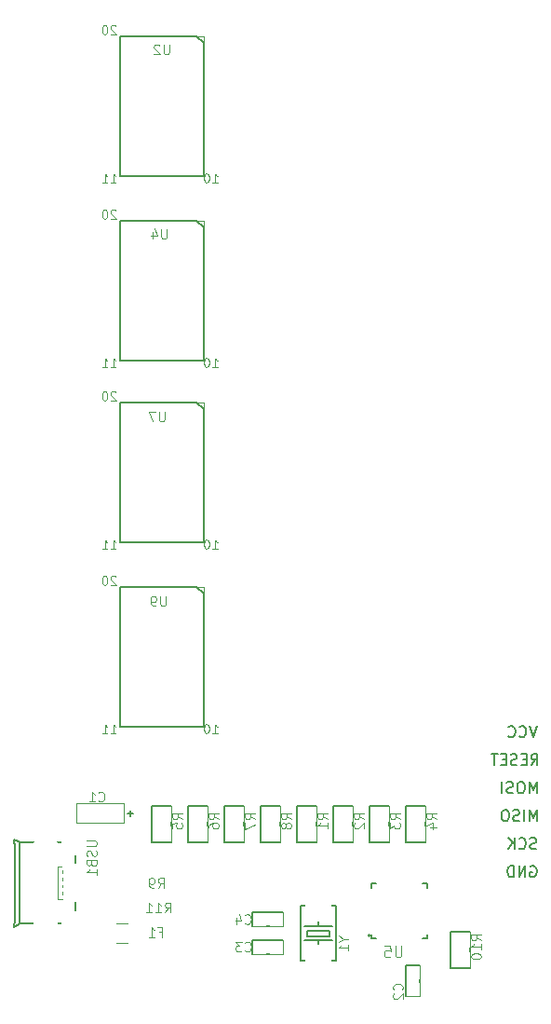
<source format=gbo>
G04 #@! TF.FileFunction,Legend,Bot*
%FSLAX46Y46*%
G04 Gerber Fmt 4.6, Leading zero omitted, Abs format (unit mm)*
G04 Created by KiCad (PCBNEW 4.0.2-stable) date 16-09-25 17:40:40*
%MOMM*%
G01*
G04 APERTURE LIST*
%ADD10C,0.100000*%
%ADD11C,0.127000*%
%ADD12C,0.066040*%
%ADD13C,0.152400*%
%ADD14C,0.101600*%
%ADD15C,0.076200*%
%ADD16C,0.150000*%
%ADD17C,0.050000*%
%ADD18C,0.400000*%
%ADD19R,1.797000X1.416000*%
%ADD20R,1.289000X1.289000*%
%ADD21R,2.432000X2.178000*%
%ADD22C,4.464000*%
%ADD23R,1.670000X1.670000*%
%ADD24C,1.035000*%
%ADD25R,1.670000X2.178000*%
%ADD26R,1.598880X1.098500*%
%ADD27O,1.898600X0.798780*%
%ADD28O,1.799540X1.997660*%
%ADD29O,2.432000X1.416000*%
%ADD30C,2.299920*%
%ADD31C,1.900000*%
%ADD32C,1.924000*%
%ADD33R,0.900000X0.500000*%
%ADD34R,0.500000X0.900000*%
%ADD35R,3.900000X3.900000*%
G04 APERTURE END LIST*
D10*
D11*
X157861000Y-130951000D02*
X156083000Y-130951000D01*
X156083000Y-130951000D02*
X156083000Y-134253000D01*
X156083000Y-134253000D02*
X157861000Y-134253000D01*
X157861000Y-134253000D02*
X157861000Y-130951000D01*
X152019000Y-133999000D02*
X152019000Y-136793000D01*
X152019000Y-136793000D02*
X153289000Y-136793000D01*
X153289000Y-136793000D02*
X153289000Y-133999000D01*
X153289000Y-133999000D02*
X152019000Y-133999000D01*
X145615660Y-133577360D02*
X145216880Y-133577360D01*
X142819120Y-133577360D02*
X142420340Y-133577360D01*
X142420340Y-133577360D02*
X142420340Y-128578640D01*
X142420340Y-128578640D02*
X142819120Y-128578640D01*
X145216880Y-128578640D02*
X145615660Y-128578640D01*
X145615660Y-128578640D02*
X145615660Y-133577360D01*
X145034000Y-131332000D02*
X143002000Y-131332000D01*
X143002000Y-131332000D02*
X143002000Y-130824000D01*
X143002000Y-130824000D02*
X145034000Y-130824000D01*
X145034000Y-130824000D02*
X145034000Y-131332000D01*
X145288000Y-131713000D02*
X144018000Y-131713000D01*
X144018000Y-131713000D02*
X142748000Y-131713000D01*
X145288000Y-130443000D02*
X144018000Y-130443000D01*
X144018000Y-130443000D02*
X142748000Y-130443000D01*
X144018000Y-131713000D02*
X144018000Y-132221000D01*
X144018000Y-130443000D02*
X144018000Y-129935000D01*
X138049000Y-132983000D02*
X140843000Y-132983000D01*
X140843000Y-132983000D02*
X140843000Y-131713000D01*
X140843000Y-131713000D02*
X138049000Y-131713000D01*
X138049000Y-131713000D02*
X138049000Y-132983000D01*
X138049000Y-130443000D02*
X140843000Y-130443000D01*
X140843000Y-130443000D02*
X140843000Y-129173000D01*
X140843000Y-129173000D02*
X138049000Y-129173000D01*
X138049000Y-129173000D02*
X138049000Y-130443000D01*
X153797000Y-119521000D02*
X152019000Y-119521000D01*
X152019000Y-119521000D02*
X152019000Y-122823000D01*
X152019000Y-122823000D02*
X153797000Y-122823000D01*
X153797000Y-122823000D02*
X153797000Y-119521000D01*
X150495000Y-119521000D02*
X148717000Y-119521000D01*
X148717000Y-119521000D02*
X148717000Y-122823000D01*
X148717000Y-122823000D02*
X150495000Y-122823000D01*
X150495000Y-122823000D02*
X150495000Y-119521000D01*
X147193000Y-119521000D02*
X145415000Y-119521000D01*
X145415000Y-119521000D02*
X145415000Y-122823000D01*
X145415000Y-122823000D02*
X147193000Y-122823000D01*
X147193000Y-122823000D02*
X147193000Y-119521000D01*
X143891000Y-119521000D02*
X142113000Y-119521000D01*
X142113000Y-119521000D02*
X142113000Y-122823000D01*
X142113000Y-122823000D02*
X143891000Y-122823000D01*
X143891000Y-122823000D02*
X143891000Y-119521000D01*
X140589000Y-119521000D02*
X138811000Y-119521000D01*
X138811000Y-119521000D02*
X138811000Y-122823000D01*
X138811000Y-122823000D02*
X140589000Y-122823000D01*
X140589000Y-122823000D02*
X140589000Y-119521000D01*
X137287000Y-119521000D02*
X135509000Y-119521000D01*
X135509000Y-119521000D02*
X135509000Y-122823000D01*
X135509000Y-122823000D02*
X137287000Y-122823000D01*
X137287000Y-122823000D02*
X137287000Y-119521000D01*
X133985000Y-119521000D02*
X132207000Y-119521000D01*
X132207000Y-119521000D02*
X132207000Y-122823000D01*
X132207000Y-122823000D02*
X133985000Y-122823000D01*
X133985000Y-122823000D02*
X133985000Y-119521000D01*
X130683000Y-119521000D02*
X128905000Y-119521000D01*
X128905000Y-119521000D02*
X128905000Y-122823000D01*
X128905000Y-122823000D02*
X130683000Y-122823000D01*
X130683000Y-122823000D02*
X130683000Y-119521000D01*
D12*
X126365000Y-121045000D02*
X122047000Y-121045000D01*
X122047000Y-121045000D02*
X122047000Y-119267000D01*
X126365000Y-119267000D02*
X122047000Y-119267000D01*
X126365000Y-121045000D02*
X126365000Y-119267000D01*
D11*
X127190500Y-120156000D02*
X126682500Y-120156000D01*
X126936500Y-120410000D02*
X126936500Y-119902000D01*
D12*
X124206000Y-130189000D02*
X128270000Y-130189000D01*
X128270000Y-130189000D02*
X128270000Y-131967000D01*
X124206000Y-131967000D02*
X128270000Y-131967000D01*
X124206000Y-130189000D02*
X124206000Y-131967000D01*
X133616700Y-99582000D02*
X133616700Y-112282000D01*
X133616700Y-112282000D02*
X125971300Y-112282000D01*
X125971300Y-99582000D02*
X125971300Y-112282000D01*
X133616700Y-99582000D02*
X125971300Y-99582000D01*
D13*
X125971300Y-99582000D02*
X132969000Y-99582000D01*
X132969000Y-99582000D02*
X133616700Y-100232240D01*
X133616700Y-100232240D02*
X133616700Y-112282000D01*
X133616700Y-112282000D02*
X125971300Y-112282000D01*
X125971300Y-112282000D02*
X125971300Y-99582000D01*
D12*
X133616700Y-82818000D02*
X133616700Y-95518000D01*
X133616700Y-95518000D02*
X125971300Y-95518000D01*
X125971300Y-82818000D02*
X125971300Y-95518000D01*
X133616700Y-82818000D02*
X125971300Y-82818000D01*
D13*
X125971300Y-82818000D02*
X132969000Y-82818000D01*
X132969000Y-82818000D02*
X133616700Y-83468240D01*
X133616700Y-83468240D02*
X133616700Y-95518000D01*
X133616700Y-95518000D02*
X125971300Y-95518000D01*
X125971300Y-95518000D02*
X125971300Y-82818000D01*
D12*
X133616700Y-66308000D02*
X133616700Y-79008000D01*
X133616700Y-79008000D02*
X125971300Y-79008000D01*
X125971300Y-66308000D02*
X125971300Y-79008000D01*
X133616700Y-66308000D02*
X125971300Y-66308000D01*
D13*
X125971300Y-66308000D02*
X132969000Y-66308000D01*
X132969000Y-66308000D02*
X133616700Y-66958240D01*
X133616700Y-66958240D02*
X133616700Y-79008000D01*
X133616700Y-79008000D02*
X125971300Y-79008000D01*
X125971300Y-79008000D02*
X125971300Y-66308000D01*
D12*
X133616700Y-49544000D02*
X133616700Y-62244000D01*
X133616700Y-62244000D02*
X125971300Y-62244000D01*
X125971300Y-49544000D02*
X125971300Y-62244000D01*
X133616700Y-49544000D02*
X125971300Y-49544000D01*
D13*
X125971300Y-49544000D02*
X132969000Y-49544000D01*
X132969000Y-49544000D02*
X133616700Y-50194240D01*
X133616700Y-50194240D02*
X133616700Y-62244000D01*
X133616700Y-62244000D02*
X125971300Y-62244000D01*
X125971300Y-62244000D02*
X125971300Y-49544000D01*
D12*
X120322340Y-128004600D02*
X120322340Y-125007400D01*
X120322340Y-125007400D02*
X120721120Y-125007400D01*
X120721120Y-128004600D02*
X120721120Y-125007400D01*
X120322340Y-128004600D02*
X120721120Y-128004600D01*
D11*
X116921280Y-130204240D02*
X121920000Y-130204240D01*
X121920000Y-130204240D02*
X121920000Y-122807760D01*
X121920000Y-122807760D02*
X116921280Y-122807760D01*
X116921280Y-130204240D02*
X116321840Y-130503960D01*
X116921280Y-122807760D02*
X116321840Y-122508040D01*
X116822220Y-130204240D02*
X116822220Y-122807760D01*
X116420900Y-129805460D02*
X116420900Y-123308140D01*
X116420900Y-129805460D02*
X116321840Y-130503960D01*
X116420900Y-123308140D02*
X116321840Y-122508040D01*
X149284000Y-131546000D02*
X148884000Y-131546000D01*
X148884000Y-131546000D02*
X148884000Y-131146000D01*
X153484000Y-131546000D02*
X153884000Y-131546000D01*
X153884000Y-131546000D02*
X153884000Y-131146000D01*
X148884000Y-126946000D02*
X148884000Y-126546000D01*
X148884000Y-126546000D02*
X149284000Y-126546000D01*
X153484000Y-126546000D02*
X153884000Y-126546000D01*
X153884000Y-126546000D02*
X153884000Y-126946000D01*
D10*
X148761000Y-131296000D02*
G75*
G03X148761000Y-131296000I-127000J0D01*
G01*
D14*
X158834667Y-131713000D02*
X158411333Y-131416666D01*
X158834667Y-131205000D02*
X157945667Y-131205000D01*
X157945667Y-131543666D01*
X157988000Y-131628333D01*
X158030333Y-131670666D01*
X158115000Y-131713000D01*
X158242000Y-131713000D01*
X158326667Y-131670666D01*
X158369000Y-131628333D01*
X158411333Y-131543666D01*
X158411333Y-131205000D01*
X158834667Y-132559666D02*
X158834667Y-132051666D01*
X158834667Y-132305666D02*
X157945667Y-132305666D01*
X158072667Y-132221000D01*
X158157333Y-132136333D01*
X158199667Y-132051666D01*
X157945667Y-133110000D02*
X157945667Y-133194667D01*
X157988000Y-133279333D01*
X158030333Y-133321667D01*
X158115000Y-133364000D01*
X158284333Y-133406333D01*
X158496000Y-133406333D01*
X158665333Y-133364000D01*
X158750000Y-133321667D01*
X158792333Y-133279333D01*
X158834667Y-133194667D01*
X158834667Y-133110000D01*
X158792333Y-133025333D01*
X158750000Y-132983000D01*
X158665333Y-132940667D01*
X158496000Y-132898333D01*
X158284333Y-132898333D01*
X158115000Y-132940667D01*
X158030333Y-132983000D01*
X157988000Y-133025333D01*
X157945667Y-133110000D01*
X151638000Y-136200334D02*
X151680333Y-136158000D01*
X151722667Y-136031000D01*
X151722667Y-135946334D01*
X151680333Y-135819334D01*
X151595667Y-135734667D01*
X151511000Y-135692334D01*
X151341667Y-135650000D01*
X151214667Y-135650000D01*
X151045333Y-135692334D01*
X150960667Y-135734667D01*
X150876000Y-135819334D01*
X150833667Y-135946334D01*
X150833667Y-136031000D01*
X150876000Y-136158000D01*
X150918333Y-136200334D01*
X150918333Y-136539000D02*
X150876000Y-136581334D01*
X150833667Y-136666000D01*
X150833667Y-136877667D01*
X150876000Y-136962334D01*
X150918333Y-137004667D01*
X151003000Y-137047000D01*
X151087667Y-137047000D01*
X151214667Y-137004667D01*
X151722667Y-136496667D01*
X151722667Y-137047000D01*
X146346333Y-131607167D02*
X146769667Y-131607167D01*
X145880667Y-131310834D02*
X146346333Y-131607167D01*
X145880667Y-131903500D01*
X146769667Y-132665500D02*
X146769667Y-132157500D01*
X146769667Y-132411500D02*
X145880667Y-132411500D01*
X146007667Y-132326834D01*
X146092333Y-132242167D01*
X146134667Y-132157500D01*
X137343726Y-132666740D02*
X137386060Y-132709073D01*
X137513060Y-132751407D01*
X137597726Y-132751407D01*
X137724726Y-132709073D01*
X137809393Y-132624407D01*
X137851726Y-132539740D01*
X137894060Y-132370407D01*
X137894060Y-132243407D01*
X137851726Y-132074073D01*
X137809393Y-131989407D01*
X137724726Y-131904740D01*
X137597726Y-131862407D01*
X137513060Y-131862407D01*
X137386060Y-131904740D01*
X137343726Y-131947073D01*
X137047393Y-131862407D02*
X136497060Y-131862407D01*
X136793393Y-132201073D01*
X136666393Y-132201073D01*
X136581726Y-132243407D01*
X136539393Y-132285740D01*
X136497060Y-132370407D01*
X136497060Y-132582073D01*
X136539393Y-132666740D01*
X136581726Y-132709073D01*
X136666393Y-132751407D01*
X136920393Y-132751407D01*
X137005060Y-132709073D01*
X137047393Y-132666740D01*
X137343726Y-130129280D02*
X137386060Y-130171613D01*
X137513060Y-130213947D01*
X137597726Y-130213947D01*
X137724726Y-130171613D01*
X137809393Y-130086947D01*
X137851726Y-130002280D01*
X137894060Y-129832947D01*
X137894060Y-129705947D01*
X137851726Y-129536613D01*
X137809393Y-129451947D01*
X137724726Y-129367280D01*
X137597726Y-129324947D01*
X137513060Y-129324947D01*
X137386060Y-129367280D01*
X137343726Y-129409613D01*
X136581726Y-129621280D02*
X136581726Y-130213947D01*
X136793393Y-129282613D02*
X137005060Y-129917613D01*
X136454726Y-129917613D01*
X154770667Y-120706334D02*
X154347333Y-120410000D01*
X154770667Y-120198334D02*
X153881667Y-120198334D01*
X153881667Y-120537000D01*
X153924000Y-120621667D01*
X153966333Y-120664000D01*
X154051000Y-120706334D01*
X154178000Y-120706334D01*
X154262667Y-120664000D01*
X154305000Y-120621667D01*
X154347333Y-120537000D01*
X154347333Y-120198334D01*
X154178000Y-121468334D02*
X154770667Y-121468334D01*
X153839333Y-121256667D02*
X154474333Y-121045000D01*
X154474333Y-121595334D01*
X151468667Y-120706334D02*
X151045333Y-120410000D01*
X151468667Y-120198334D02*
X150579667Y-120198334D01*
X150579667Y-120537000D01*
X150622000Y-120621667D01*
X150664333Y-120664000D01*
X150749000Y-120706334D01*
X150876000Y-120706334D01*
X150960667Y-120664000D01*
X151003000Y-120621667D01*
X151045333Y-120537000D01*
X151045333Y-120198334D01*
X150579667Y-121002667D02*
X150579667Y-121553000D01*
X150918333Y-121256667D01*
X150918333Y-121383667D01*
X150960667Y-121468334D01*
X151003000Y-121510667D01*
X151087667Y-121553000D01*
X151299333Y-121553000D01*
X151384000Y-121510667D01*
X151426333Y-121468334D01*
X151468667Y-121383667D01*
X151468667Y-121129667D01*
X151426333Y-121045000D01*
X151384000Y-121002667D01*
X148166667Y-120706334D02*
X147743333Y-120410000D01*
X148166667Y-120198334D02*
X147277667Y-120198334D01*
X147277667Y-120537000D01*
X147320000Y-120621667D01*
X147362333Y-120664000D01*
X147447000Y-120706334D01*
X147574000Y-120706334D01*
X147658667Y-120664000D01*
X147701000Y-120621667D01*
X147743333Y-120537000D01*
X147743333Y-120198334D01*
X147362333Y-121045000D02*
X147320000Y-121087334D01*
X147277667Y-121172000D01*
X147277667Y-121383667D01*
X147320000Y-121468334D01*
X147362333Y-121510667D01*
X147447000Y-121553000D01*
X147531667Y-121553000D01*
X147658667Y-121510667D01*
X148166667Y-121002667D01*
X148166667Y-121553000D01*
X144864667Y-120706334D02*
X144441333Y-120410000D01*
X144864667Y-120198334D02*
X143975667Y-120198334D01*
X143975667Y-120537000D01*
X144018000Y-120621667D01*
X144060333Y-120664000D01*
X144145000Y-120706334D01*
X144272000Y-120706334D01*
X144356667Y-120664000D01*
X144399000Y-120621667D01*
X144441333Y-120537000D01*
X144441333Y-120198334D01*
X144864667Y-121553000D02*
X144864667Y-121045000D01*
X144864667Y-121299000D02*
X143975667Y-121299000D01*
X144102667Y-121214334D01*
X144187333Y-121129667D01*
X144229667Y-121045000D01*
X141562667Y-120706334D02*
X141139333Y-120410000D01*
X141562667Y-120198334D02*
X140673667Y-120198334D01*
X140673667Y-120537000D01*
X140716000Y-120621667D01*
X140758333Y-120664000D01*
X140843000Y-120706334D01*
X140970000Y-120706334D01*
X141054667Y-120664000D01*
X141097000Y-120621667D01*
X141139333Y-120537000D01*
X141139333Y-120198334D01*
X141054667Y-121214334D02*
X141012333Y-121129667D01*
X140970000Y-121087334D01*
X140885333Y-121045000D01*
X140843000Y-121045000D01*
X140758333Y-121087334D01*
X140716000Y-121129667D01*
X140673667Y-121214334D01*
X140673667Y-121383667D01*
X140716000Y-121468334D01*
X140758333Y-121510667D01*
X140843000Y-121553000D01*
X140885333Y-121553000D01*
X140970000Y-121510667D01*
X141012333Y-121468334D01*
X141054667Y-121383667D01*
X141054667Y-121214334D01*
X141097000Y-121129667D01*
X141139333Y-121087334D01*
X141224000Y-121045000D01*
X141393333Y-121045000D01*
X141478000Y-121087334D01*
X141520333Y-121129667D01*
X141562667Y-121214334D01*
X141562667Y-121383667D01*
X141520333Y-121468334D01*
X141478000Y-121510667D01*
X141393333Y-121553000D01*
X141224000Y-121553000D01*
X141139333Y-121510667D01*
X141097000Y-121468334D01*
X141054667Y-121383667D01*
X138260667Y-120706334D02*
X137837333Y-120410000D01*
X138260667Y-120198334D02*
X137371667Y-120198334D01*
X137371667Y-120537000D01*
X137414000Y-120621667D01*
X137456333Y-120664000D01*
X137541000Y-120706334D01*
X137668000Y-120706334D01*
X137752667Y-120664000D01*
X137795000Y-120621667D01*
X137837333Y-120537000D01*
X137837333Y-120198334D01*
X137371667Y-121002667D02*
X137371667Y-121595334D01*
X138260667Y-121214334D01*
X134958667Y-120706334D02*
X134535333Y-120410000D01*
X134958667Y-120198334D02*
X134069667Y-120198334D01*
X134069667Y-120537000D01*
X134112000Y-120621667D01*
X134154333Y-120664000D01*
X134239000Y-120706334D01*
X134366000Y-120706334D01*
X134450667Y-120664000D01*
X134493000Y-120621667D01*
X134535333Y-120537000D01*
X134535333Y-120198334D01*
X134069667Y-121468334D02*
X134069667Y-121299000D01*
X134112000Y-121214334D01*
X134154333Y-121172000D01*
X134281333Y-121087334D01*
X134450667Y-121045000D01*
X134789333Y-121045000D01*
X134874000Y-121087334D01*
X134916333Y-121129667D01*
X134958667Y-121214334D01*
X134958667Y-121383667D01*
X134916333Y-121468334D01*
X134874000Y-121510667D01*
X134789333Y-121553000D01*
X134577667Y-121553000D01*
X134493000Y-121510667D01*
X134450667Y-121468334D01*
X134408333Y-121383667D01*
X134408333Y-121214334D01*
X134450667Y-121129667D01*
X134493000Y-121087334D01*
X134577667Y-121045000D01*
X131656667Y-120706334D02*
X131233333Y-120410000D01*
X131656667Y-120198334D02*
X130767667Y-120198334D01*
X130767667Y-120537000D01*
X130810000Y-120621667D01*
X130852333Y-120664000D01*
X130937000Y-120706334D01*
X131064000Y-120706334D01*
X131148667Y-120664000D01*
X131191000Y-120621667D01*
X131233333Y-120537000D01*
X131233333Y-120198334D01*
X130767667Y-121510667D02*
X130767667Y-121087334D01*
X131191000Y-121045000D01*
X131148667Y-121087334D01*
X131106333Y-121172000D01*
X131106333Y-121383667D01*
X131148667Y-121468334D01*
X131191000Y-121510667D01*
X131275667Y-121553000D01*
X131487333Y-121553000D01*
X131572000Y-121510667D01*
X131614333Y-121468334D01*
X131656667Y-121383667D01*
X131656667Y-121172000D01*
X131614333Y-121087334D01*
X131572000Y-121045000D01*
X124036666Y-119013000D02*
X124079000Y-119055333D01*
X124206000Y-119097667D01*
X124290666Y-119097667D01*
X124417666Y-119055333D01*
X124502333Y-118970667D01*
X124544666Y-118886000D01*
X124587000Y-118716667D01*
X124587000Y-118589667D01*
X124544666Y-118420333D01*
X124502333Y-118335667D01*
X124417666Y-118251000D01*
X124290666Y-118208667D01*
X124206000Y-118208667D01*
X124079000Y-118251000D01*
X124036666Y-118293333D01*
X123190000Y-119097667D02*
X123698000Y-119097667D01*
X123444000Y-119097667D02*
X123444000Y-118208667D01*
X123528666Y-118335667D01*
X123613333Y-118420333D01*
X123698000Y-118462667D01*
X129429086Y-126939887D02*
X129725420Y-126516553D01*
X129937086Y-126939887D02*
X129937086Y-126050887D01*
X129598420Y-126050887D01*
X129513753Y-126093220D01*
X129471420Y-126135553D01*
X129429086Y-126220220D01*
X129429086Y-126347220D01*
X129471420Y-126431887D01*
X129513753Y-126474220D01*
X129598420Y-126516553D01*
X129937086Y-126516553D01*
X129005753Y-126939887D02*
X128836420Y-126939887D01*
X128751753Y-126897553D01*
X128709420Y-126855220D01*
X128624753Y-126728220D01*
X128582420Y-126558887D01*
X128582420Y-126220220D01*
X128624753Y-126135553D01*
X128667086Y-126093220D01*
X128751753Y-126050887D01*
X128921086Y-126050887D01*
X129005753Y-126093220D01*
X129048086Y-126135553D01*
X129090420Y-126220220D01*
X129090420Y-126431887D01*
X129048086Y-126516553D01*
X129005753Y-126558887D01*
X128921086Y-126601220D01*
X128751753Y-126601220D01*
X128667086Y-126558887D01*
X128624753Y-126516553D01*
X128582420Y-126431887D01*
X130081020Y-129164927D02*
X130377354Y-128741593D01*
X130589020Y-129164927D02*
X130589020Y-128275927D01*
X130250354Y-128275927D01*
X130165687Y-128318260D01*
X130123354Y-128360593D01*
X130081020Y-128445260D01*
X130081020Y-128572260D01*
X130123354Y-128656927D01*
X130165687Y-128699260D01*
X130250354Y-128741593D01*
X130589020Y-128741593D01*
X129234354Y-129164927D02*
X129742354Y-129164927D01*
X129488354Y-129164927D02*
X129488354Y-128275927D01*
X129573020Y-128402927D01*
X129657687Y-128487593D01*
X129742354Y-128529927D01*
X128387687Y-129164927D02*
X128895687Y-129164927D01*
X128641687Y-129164927D02*
X128641687Y-128275927D01*
X128726353Y-128402927D01*
X128811020Y-128487593D01*
X128895687Y-128529927D01*
X129516293Y-130970020D02*
X129812626Y-130970020D01*
X129812626Y-131435687D02*
X129812626Y-130546687D01*
X129389293Y-130546687D01*
X128584960Y-131435687D02*
X129092960Y-131435687D01*
X128838960Y-131435687D02*
X128838960Y-130546687D01*
X128923626Y-130673687D01*
X129008293Y-130758353D01*
X129092960Y-130800687D01*
X130151293Y-100432447D02*
X130151293Y-101152113D01*
X130108960Y-101236780D01*
X130066627Y-101279113D01*
X129981960Y-101321447D01*
X129812627Y-101321447D01*
X129727960Y-101279113D01*
X129685627Y-101236780D01*
X129643293Y-101152113D01*
X129643293Y-100432447D01*
X129177627Y-101321447D02*
X129008294Y-101321447D01*
X128923627Y-101279113D01*
X128881294Y-101236780D01*
X128796627Y-101109780D01*
X128754294Y-100940447D01*
X128754294Y-100601780D01*
X128796627Y-100517113D01*
X128838960Y-100474780D01*
X128923627Y-100432447D01*
X129092960Y-100432447D01*
X129177627Y-100474780D01*
X129219960Y-100517113D01*
X129262294Y-100601780D01*
X129262294Y-100813447D01*
X129219960Y-100898113D01*
X129177627Y-100940447D01*
X129092960Y-100982780D01*
X128923627Y-100982780D01*
X128838960Y-100940447D01*
X128796627Y-100898113D01*
X128754294Y-100813447D01*
D15*
X125602516Y-98658045D02*
X125563811Y-98619340D01*
X125486402Y-98580635D01*
X125292878Y-98580635D01*
X125215468Y-98619340D01*
X125176764Y-98658045D01*
X125138059Y-98735454D01*
X125138059Y-98812864D01*
X125176764Y-98928978D01*
X125641221Y-99393435D01*
X125138059Y-99393435D01*
X124634897Y-98580635D02*
X124557488Y-98580635D01*
X124480078Y-98619340D01*
X124441373Y-98658045D01*
X124402669Y-98735454D01*
X124363964Y-98890273D01*
X124363964Y-99083797D01*
X124402669Y-99238616D01*
X124441373Y-99316026D01*
X124480078Y-99354730D01*
X124557488Y-99393435D01*
X124634897Y-99393435D01*
X124712307Y-99354730D01*
X124751011Y-99316026D01*
X124789716Y-99238616D01*
X124828421Y-99083797D01*
X124828421Y-98890273D01*
X124789716Y-98735454D01*
X124751011Y-98658045D01*
X124712307Y-98619340D01*
X124634897Y-98580635D01*
X125138059Y-112890995D02*
X125602516Y-112890995D01*
X125370287Y-112890995D02*
X125370287Y-112078195D01*
X125447697Y-112194310D01*
X125525106Y-112271719D01*
X125602516Y-112310424D01*
X124363964Y-112890995D02*
X124828421Y-112890995D01*
X124596192Y-112890995D02*
X124596192Y-112078195D01*
X124673602Y-112194310D01*
X124751011Y-112271719D01*
X124828421Y-112310424D01*
X134383659Y-112890995D02*
X134848116Y-112890995D01*
X134615887Y-112890995D02*
X134615887Y-112078195D01*
X134693297Y-112194310D01*
X134770706Y-112271719D01*
X134848116Y-112310424D01*
X133880497Y-112078195D02*
X133803088Y-112078195D01*
X133725678Y-112116900D01*
X133686973Y-112155605D01*
X133648269Y-112233014D01*
X133609564Y-112387833D01*
X133609564Y-112581357D01*
X133648269Y-112736176D01*
X133686973Y-112813586D01*
X133725678Y-112852290D01*
X133803088Y-112890995D01*
X133880497Y-112890995D01*
X133957907Y-112852290D01*
X133996611Y-112813586D01*
X134035316Y-112736176D01*
X134074021Y-112581357D01*
X134074021Y-112387833D01*
X134035316Y-112233014D01*
X133996611Y-112155605D01*
X133957907Y-112116900D01*
X133880497Y-112078195D01*
D14*
X130039533Y-83668447D02*
X130039533Y-84388113D01*
X129997200Y-84472780D01*
X129954867Y-84515113D01*
X129870200Y-84557447D01*
X129700867Y-84557447D01*
X129616200Y-84515113D01*
X129573867Y-84472780D01*
X129531533Y-84388113D01*
X129531533Y-83668447D01*
X129192867Y-83668447D02*
X128600200Y-83668447D01*
X128981200Y-84557447D01*
D15*
X125602516Y-81894045D02*
X125563811Y-81855340D01*
X125486402Y-81816635D01*
X125292878Y-81816635D01*
X125215468Y-81855340D01*
X125176764Y-81894045D01*
X125138059Y-81971454D01*
X125138059Y-82048864D01*
X125176764Y-82164978D01*
X125641221Y-82629435D01*
X125138059Y-82629435D01*
X124634897Y-81816635D02*
X124557488Y-81816635D01*
X124480078Y-81855340D01*
X124441373Y-81894045D01*
X124402669Y-81971454D01*
X124363964Y-82126273D01*
X124363964Y-82319797D01*
X124402669Y-82474616D01*
X124441373Y-82552026D01*
X124480078Y-82590730D01*
X124557488Y-82629435D01*
X124634897Y-82629435D01*
X124712307Y-82590730D01*
X124751011Y-82552026D01*
X124789716Y-82474616D01*
X124828421Y-82319797D01*
X124828421Y-82126273D01*
X124789716Y-81971454D01*
X124751011Y-81894045D01*
X124712307Y-81855340D01*
X124634897Y-81816635D01*
X125138059Y-96126995D02*
X125602516Y-96126995D01*
X125370287Y-96126995D02*
X125370287Y-95314195D01*
X125447697Y-95430310D01*
X125525106Y-95507719D01*
X125602516Y-95546424D01*
X124363964Y-96126995D02*
X124828421Y-96126995D01*
X124596192Y-96126995D02*
X124596192Y-95314195D01*
X124673602Y-95430310D01*
X124751011Y-95507719D01*
X124828421Y-95546424D01*
X134383659Y-96126995D02*
X134848116Y-96126995D01*
X134615887Y-96126995D02*
X134615887Y-95314195D01*
X134693297Y-95430310D01*
X134770706Y-95507719D01*
X134848116Y-95546424D01*
X133880497Y-95314195D02*
X133803088Y-95314195D01*
X133725678Y-95352900D01*
X133686973Y-95391605D01*
X133648269Y-95469014D01*
X133609564Y-95623833D01*
X133609564Y-95817357D01*
X133648269Y-95972176D01*
X133686973Y-96049586D01*
X133725678Y-96088290D01*
X133803088Y-96126995D01*
X133880497Y-96126995D01*
X133957907Y-96088290D01*
X133996611Y-96049586D01*
X134035316Y-95972176D01*
X134074021Y-95817357D01*
X134074021Y-95623833D01*
X134035316Y-95469014D01*
X133996611Y-95391605D01*
X133957907Y-95352900D01*
X133880497Y-95314195D01*
D14*
X130235113Y-67072087D02*
X130235113Y-67791753D01*
X130192780Y-67876420D01*
X130150447Y-67918753D01*
X130065780Y-67961087D01*
X129896447Y-67961087D01*
X129811780Y-67918753D01*
X129769447Y-67876420D01*
X129727113Y-67791753D01*
X129727113Y-67072087D01*
X128922780Y-67368420D02*
X128922780Y-67961087D01*
X129134447Y-67029753D02*
X129346114Y-67664753D01*
X128795780Y-67664753D01*
D15*
X125602516Y-65384045D02*
X125563811Y-65345340D01*
X125486402Y-65306635D01*
X125292878Y-65306635D01*
X125215468Y-65345340D01*
X125176764Y-65384045D01*
X125138059Y-65461454D01*
X125138059Y-65538864D01*
X125176764Y-65654978D01*
X125641221Y-66119435D01*
X125138059Y-66119435D01*
X124634897Y-65306635D02*
X124557488Y-65306635D01*
X124480078Y-65345340D01*
X124441373Y-65384045D01*
X124402669Y-65461454D01*
X124363964Y-65616273D01*
X124363964Y-65809797D01*
X124402669Y-65964616D01*
X124441373Y-66042026D01*
X124480078Y-66080730D01*
X124557488Y-66119435D01*
X124634897Y-66119435D01*
X124712307Y-66080730D01*
X124751011Y-66042026D01*
X124789716Y-65964616D01*
X124828421Y-65809797D01*
X124828421Y-65616273D01*
X124789716Y-65461454D01*
X124751011Y-65384045D01*
X124712307Y-65345340D01*
X124634897Y-65306635D01*
X125138059Y-79616995D02*
X125602516Y-79616995D01*
X125370287Y-79616995D02*
X125370287Y-78804195D01*
X125447697Y-78920310D01*
X125525106Y-78997719D01*
X125602516Y-79036424D01*
X124363964Y-79616995D02*
X124828421Y-79616995D01*
X124596192Y-79616995D02*
X124596192Y-78804195D01*
X124673602Y-78920310D01*
X124751011Y-78997719D01*
X124828421Y-79036424D01*
X134383659Y-79616995D02*
X134848116Y-79616995D01*
X134615887Y-79616995D02*
X134615887Y-78804195D01*
X134693297Y-78920310D01*
X134770706Y-78997719D01*
X134848116Y-79036424D01*
X133880497Y-78804195D02*
X133803088Y-78804195D01*
X133725678Y-78842900D01*
X133686973Y-78881605D01*
X133648269Y-78959014D01*
X133609564Y-79113833D01*
X133609564Y-79307357D01*
X133648269Y-79462176D01*
X133686973Y-79539586D01*
X133725678Y-79578290D01*
X133803088Y-79616995D01*
X133880497Y-79616995D01*
X133957907Y-79578290D01*
X133996611Y-79539586D01*
X134035316Y-79462176D01*
X134074021Y-79307357D01*
X134074021Y-79113833D01*
X134035316Y-78959014D01*
X133996611Y-78881605D01*
X133957907Y-78842900D01*
X133880497Y-78804195D01*
D14*
X130471333Y-50327167D02*
X130471333Y-51046833D01*
X130429000Y-51131500D01*
X130386667Y-51173833D01*
X130302000Y-51216167D01*
X130132667Y-51216167D01*
X130048000Y-51173833D01*
X130005667Y-51131500D01*
X129963333Y-51046833D01*
X129963333Y-50327167D01*
X129582334Y-50411833D02*
X129540000Y-50369500D01*
X129455334Y-50327167D01*
X129243667Y-50327167D01*
X129159000Y-50369500D01*
X129116667Y-50411833D01*
X129074334Y-50496500D01*
X129074334Y-50581167D01*
X129116667Y-50708167D01*
X129624667Y-51216167D01*
X129074334Y-51216167D01*
D15*
X125602516Y-48620045D02*
X125563811Y-48581340D01*
X125486402Y-48542635D01*
X125292878Y-48542635D01*
X125215468Y-48581340D01*
X125176764Y-48620045D01*
X125138059Y-48697454D01*
X125138059Y-48774864D01*
X125176764Y-48890978D01*
X125641221Y-49355435D01*
X125138059Y-49355435D01*
X124634897Y-48542635D02*
X124557488Y-48542635D01*
X124480078Y-48581340D01*
X124441373Y-48620045D01*
X124402669Y-48697454D01*
X124363964Y-48852273D01*
X124363964Y-49045797D01*
X124402669Y-49200616D01*
X124441373Y-49278026D01*
X124480078Y-49316730D01*
X124557488Y-49355435D01*
X124634897Y-49355435D01*
X124712307Y-49316730D01*
X124751011Y-49278026D01*
X124789716Y-49200616D01*
X124828421Y-49045797D01*
X124828421Y-48852273D01*
X124789716Y-48697454D01*
X124751011Y-48620045D01*
X124712307Y-48581340D01*
X124634897Y-48542635D01*
X125138059Y-62852995D02*
X125602516Y-62852995D01*
X125370287Y-62852995D02*
X125370287Y-62040195D01*
X125447697Y-62156310D01*
X125525106Y-62233719D01*
X125602516Y-62272424D01*
X124363964Y-62852995D02*
X124828421Y-62852995D01*
X124596192Y-62852995D02*
X124596192Y-62040195D01*
X124673602Y-62156310D01*
X124751011Y-62233719D01*
X124828421Y-62272424D01*
X134383659Y-62852995D02*
X134848116Y-62852995D01*
X134615887Y-62852995D02*
X134615887Y-62040195D01*
X134693297Y-62156310D01*
X134770706Y-62233719D01*
X134848116Y-62272424D01*
X133880497Y-62040195D02*
X133803088Y-62040195D01*
X133725678Y-62078900D01*
X133686973Y-62117605D01*
X133648269Y-62195014D01*
X133609564Y-62349833D01*
X133609564Y-62543357D01*
X133648269Y-62698176D01*
X133686973Y-62775586D01*
X133725678Y-62814290D01*
X133803088Y-62852995D01*
X133880497Y-62852995D01*
X133957907Y-62814290D01*
X133996611Y-62775586D01*
X134035316Y-62698176D01*
X134074021Y-62543357D01*
X134074021Y-62349833D01*
X134035316Y-62195014D01*
X133996611Y-62117605D01*
X133957907Y-62078900D01*
X133880497Y-62040195D01*
D14*
X122957167Y-122674834D02*
X123676833Y-122674834D01*
X123761500Y-122717167D01*
X123803833Y-122759500D01*
X123846167Y-122844167D01*
X123846167Y-123013500D01*
X123803833Y-123098167D01*
X123761500Y-123140500D01*
X123676833Y-123182834D01*
X122957167Y-123182834D01*
X123803833Y-123563833D02*
X123846167Y-123690833D01*
X123846167Y-123902500D01*
X123803833Y-123987167D01*
X123761500Y-124029500D01*
X123676833Y-124071833D01*
X123592167Y-124071833D01*
X123507500Y-124029500D01*
X123465167Y-123987167D01*
X123422833Y-123902500D01*
X123380500Y-123733167D01*
X123338167Y-123648500D01*
X123295833Y-123606167D01*
X123211167Y-123563833D01*
X123126500Y-123563833D01*
X123041833Y-123606167D01*
X122999500Y-123648500D01*
X122957167Y-123733167D01*
X122957167Y-123944833D01*
X122999500Y-124071833D01*
X123380500Y-124749167D02*
X123422833Y-124876167D01*
X123465167Y-124918500D01*
X123549833Y-124960834D01*
X123676833Y-124960834D01*
X123761500Y-124918500D01*
X123803833Y-124876167D01*
X123846167Y-124791500D01*
X123846167Y-124452834D01*
X122957167Y-124452834D01*
X122957167Y-124749167D01*
X122999500Y-124833834D01*
X123041833Y-124876167D01*
X123126500Y-124918500D01*
X123211167Y-124918500D01*
X123295833Y-124876167D01*
X123338167Y-124833834D01*
X123380500Y-124749167D01*
X123380500Y-124452834D01*
X123846167Y-125807500D02*
X123846167Y-125299500D01*
X123846167Y-125553500D02*
X122957167Y-125553500D01*
X123084167Y-125468834D01*
X123168833Y-125384167D01*
X123211167Y-125299500D01*
D16*
X163321904Y-124990000D02*
X163417142Y-124942381D01*
X163559999Y-124942381D01*
X163702857Y-124990000D01*
X163798095Y-125085238D01*
X163845714Y-125180476D01*
X163893333Y-125370952D01*
X163893333Y-125513810D01*
X163845714Y-125704286D01*
X163798095Y-125799524D01*
X163702857Y-125894762D01*
X163559999Y-125942381D01*
X163464761Y-125942381D01*
X163321904Y-125894762D01*
X163274285Y-125847143D01*
X163274285Y-125513810D01*
X163464761Y-125513810D01*
X162845714Y-125942381D02*
X162845714Y-124942381D01*
X162274285Y-125942381D01*
X162274285Y-124942381D01*
X161798095Y-125942381D02*
X161798095Y-124942381D01*
X161560000Y-124942381D01*
X161417142Y-124990000D01*
X161321904Y-125085238D01*
X161274285Y-125180476D01*
X161226666Y-125370952D01*
X161226666Y-125513810D01*
X161274285Y-125704286D01*
X161321904Y-125799524D01*
X161417142Y-125894762D01*
X161560000Y-125942381D01*
X161798095Y-125942381D01*
X163845714Y-123354762D02*
X163702857Y-123402381D01*
X163464761Y-123402381D01*
X163369523Y-123354762D01*
X163321904Y-123307143D01*
X163274285Y-123211905D01*
X163274285Y-123116667D01*
X163321904Y-123021429D01*
X163369523Y-122973810D01*
X163464761Y-122926190D01*
X163655238Y-122878571D01*
X163750476Y-122830952D01*
X163798095Y-122783333D01*
X163845714Y-122688095D01*
X163845714Y-122592857D01*
X163798095Y-122497619D01*
X163750476Y-122450000D01*
X163655238Y-122402381D01*
X163417142Y-122402381D01*
X163274285Y-122450000D01*
X162274285Y-123307143D02*
X162321904Y-123354762D01*
X162464761Y-123402381D01*
X162559999Y-123402381D01*
X162702857Y-123354762D01*
X162798095Y-123259524D01*
X162845714Y-123164286D01*
X162893333Y-122973810D01*
X162893333Y-122830952D01*
X162845714Y-122640476D01*
X162798095Y-122545238D01*
X162702857Y-122450000D01*
X162559999Y-122402381D01*
X162464761Y-122402381D01*
X162321904Y-122450000D01*
X162274285Y-122497619D01*
X161845714Y-123402381D02*
X161845714Y-122402381D01*
X161274285Y-123402381D02*
X161702857Y-122830952D01*
X161274285Y-122402381D02*
X161845714Y-122973810D01*
X163877428Y-120862381D02*
X163877428Y-119862381D01*
X163544094Y-120576667D01*
X163210761Y-119862381D01*
X163210761Y-120862381D01*
X162734571Y-120862381D02*
X162734571Y-119862381D01*
X162306000Y-120814762D02*
X162163143Y-120862381D01*
X161925047Y-120862381D01*
X161829809Y-120814762D01*
X161782190Y-120767143D01*
X161734571Y-120671905D01*
X161734571Y-120576667D01*
X161782190Y-120481429D01*
X161829809Y-120433810D01*
X161925047Y-120386190D01*
X162115524Y-120338571D01*
X162210762Y-120290952D01*
X162258381Y-120243333D01*
X162306000Y-120148095D01*
X162306000Y-120052857D01*
X162258381Y-119957619D01*
X162210762Y-119910000D01*
X162115524Y-119862381D01*
X161877428Y-119862381D01*
X161734571Y-119910000D01*
X161115524Y-119862381D02*
X160925047Y-119862381D01*
X160829809Y-119910000D01*
X160734571Y-120005238D01*
X160686952Y-120195714D01*
X160686952Y-120529048D01*
X160734571Y-120719524D01*
X160829809Y-120814762D01*
X160925047Y-120862381D01*
X161115524Y-120862381D01*
X161210762Y-120814762D01*
X161306000Y-120719524D01*
X161353619Y-120529048D01*
X161353619Y-120195714D01*
X161306000Y-120005238D01*
X161210762Y-119910000D01*
X161115524Y-119862381D01*
X163877428Y-118322381D02*
X163877428Y-117322381D01*
X163544094Y-118036667D01*
X163210761Y-117322381D01*
X163210761Y-118322381D01*
X162544095Y-117322381D02*
X162353618Y-117322381D01*
X162258380Y-117370000D01*
X162163142Y-117465238D01*
X162115523Y-117655714D01*
X162115523Y-117989048D01*
X162163142Y-118179524D01*
X162258380Y-118274762D01*
X162353618Y-118322381D01*
X162544095Y-118322381D01*
X162639333Y-118274762D01*
X162734571Y-118179524D01*
X162782190Y-117989048D01*
X162782190Y-117655714D01*
X162734571Y-117465238D01*
X162639333Y-117370000D01*
X162544095Y-117322381D01*
X161734571Y-118274762D02*
X161591714Y-118322381D01*
X161353618Y-118322381D01*
X161258380Y-118274762D01*
X161210761Y-118227143D01*
X161163142Y-118131905D01*
X161163142Y-118036667D01*
X161210761Y-117941429D01*
X161258380Y-117893810D01*
X161353618Y-117846190D01*
X161544095Y-117798571D01*
X161639333Y-117750952D01*
X161686952Y-117703333D01*
X161734571Y-117608095D01*
X161734571Y-117512857D01*
X161686952Y-117417619D01*
X161639333Y-117370000D01*
X161544095Y-117322381D01*
X161305999Y-117322381D01*
X161163142Y-117370000D01*
X160734571Y-118322381D02*
X160734571Y-117322381D01*
X163377381Y-115782381D02*
X163710715Y-115306190D01*
X163948810Y-115782381D02*
X163948810Y-114782381D01*
X163567857Y-114782381D01*
X163472619Y-114830000D01*
X163425000Y-114877619D01*
X163377381Y-114972857D01*
X163377381Y-115115714D01*
X163425000Y-115210952D01*
X163472619Y-115258571D01*
X163567857Y-115306190D01*
X163948810Y-115306190D01*
X162948810Y-115258571D02*
X162615476Y-115258571D01*
X162472619Y-115782381D02*
X162948810Y-115782381D01*
X162948810Y-114782381D01*
X162472619Y-114782381D01*
X162091667Y-115734762D02*
X161948810Y-115782381D01*
X161710714Y-115782381D01*
X161615476Y-115734762D01*
X161567857Y-115687143D01*
X161520238Y-115591905D01*
X161520238Y-115496667D01*
X161567857Y-115401429D01*
X161615476Y-115353810D01*
X161710714Y-115306190D01*
X161901191Y-115258571D01*
X161996429Y-115210952D01*
X162044048Y-115163333D01*
X162091667Y-115068095D01*
X162091667Y-114972857D01*
X162044048Y-114877619D01*
X161996429Y-114830000D01*
X161901191Y-114782381D01*
X161663095Y-114782381D01*
X161520238Y-114830000D01*
X161091667Y-115258571D02*
X160758333Y-115258571D01*
X160615476Y-115782381D02*
X161091667Y-115782381D01*
X161091667Y-114782381D01*
X160615476Y-114782381D01*
X160329762Y-114782381D02*
X159758333Y-114782381D01*
X160044048Y-115782381D02*
X160044048Y-114782381D01*
X163893333Y-112242381D02*
X163560000Y-113242381D01*
X163226666Y-112242381D01*
X162321904Y-113147143D02*
X162369523Y-113194762D01*
X162512380Y-113242381D01*
X162607618Y-113242381D01*
X162750476Y-113194762D01*
X162845714Y-113099524D01*
X162893333Y-113004286D01*
X162940952Y-112813810D01*
X162940952Y-112670952D01*
X162893333Y-112480476D01*
X162845714Y-112385238D01*
X162750476Y-112290000D01*
X162607618Y-112242381D01*
X162512380Y-112242381D01*
X162369523Y-112290000D01*
X162321904Y-112337619D01*
X161321904Y-113147143D02*
X161369523Y-113194762D01*
X161512380Y-113242381D01*
X161607618Y-113242381D01*
X161750476Y-113194762D01*
X161845714Y-113099524D01*
X161893333Y-113004286D01*
X161940952Y-112813810D01*
X161940952Y-112670952D01*
X161893333Y-112480476D01*
X161845714Y-112385238D01*
X161750476Y-112290000D01*
X161607618Y-112242381D01*
X161512380Y-112242381D01*
X161369523Y-112290000D01*
X161321904Y-112337619D01*
D17*
X151586695Y-132234471D02*
X151586695Y-133043995D01*
X151539076Y-133139233D01*
X151491457Y-133186852D01*
X151396219Y-133234471D01*
X151205742Y-133234471D01*
X151110504Y-133186852D01*
X151062885Y-133139233D01*
X151015266Y-133043995D01*
X151015266Y-132234471D01*
X150062885Y-132234471D02*
X150539076Y-132234471D01*
X150586695Y-132710661D01*
X150539076Y-132663042D01*
X150443838Y-132615423D01*
X150205742Y-132615423D01*
X150110504Y-132663042D01*
X150062885Y-132710661D01*
X150015266Y-132805900D01*
X150015266Y-133043995D01*
X150062885Y-133139233D01*
X150110504Y-133186852D01*
X150205742Y-133234471D01*
X150443838Y-133234471D01*
X150539076Y-133186852D01*
X150586695Y-133139233D01*
%LPC*%
D18*
X149284790Y-130797090D02*
X148884790Y-130797090D01*
X149284790Y-130297090D02*
X148884790Y-130297090D01*
X149284790Y-129797091D02*
X148884790Y-129797091D01*
X149284790Y-129297091D02*
X148884790Y-129297091D01*
X149284790Y-128797091D02*
X148884790Y-128797091D01*
X149284790Y-128297091D02*
X148884790Y-128297091D01*
X149284790Y-127797090D02*
X148884790Y-127797090D01*
X149284790Y-127297090D02*
X148884790Y-127297090D01*
X149634790Y-126947090D02*
X149634790Y-126547090D01*
X150134790Y-126947090D02*
X150134790Y-126547090D01*
X150634791Y-126947090D02*
X150634791Y-126547090D01*
X151134791Y-126947090D02*
X151134791Y-126547090D01*
X151634791Y-126947090D02*
X151634791Y-126547090D01*
X152134791Y-126947090D02*
X152134791Y-126547090D01*
X152634790Y-126947090D02*
X152634790Y-126547090D01*
X153134790Y-126947090D02*
X153134790Y-126547090D01*
X153484790Y-127297090D02*
X153884790Y-127297090D01*
X153484790Y-127797090D02*
X153884790Y-127797090D01*
X153484790Y-128297091D02*
X153884790Y-128297091D01*
X153484790Y-128797091D02*
X153884790Y-128797091D01*
X153484790Y-129297091D02*
X153884790Y-129297091D01*
X153484790Y-129797091D02*
X153884790Y-129797091D01*
X153484790Y-130297090D02*
X153884790Y-130297090D01*
X153484790Y-130797090D02*
X153884790Y-130797090D01*
X153134790Y-131147090D02*
X153134790Y-131547090D01*
X152634790Y-131147090D02*
X152634790Y-131547090D01*
X152134791Y-131147090D02*
X152134791Y-131547090D01*
X151634791Y-131147090D02*
X151634791Y-131547090D01*
X151134791Y-131147090D02*
X151134791Y-131547090D01*
X150634791Y-131147090D02*
X150634791Y-131547090D01*
X150134790Y-131147090D02*
X150134790Y-131547090D01*
X149634790Y-131147090D02*
X149634790Y-131547090D01*
D19*
X156972000Y-133491000D03*
X156972000Y-131713000D03*
D20*
X152654000Y-134634000D03*
X152654000Y-136158000D03*
D21*
X144018000Y-133237000D03*
X144018000Y-128919000D03*
D20*
X138684000Y-132348000D03*
X140208000Y-132348000D03*
X138684000Y-129808000D03*
X140208000Y-129808000D03*
D19*
X152908000Y-122061000D03*
X152908000Y-120283000D03*
X149606000Y-122061000D03*
X149606000Y-120283000D03*
X146304000Y-122061000D03*
X146304000Y-120283000D03*
X143002000Y-122061000D03*
X143002000Y-120283000D03*
X139700000Y-122061000D03*
X139700000Y-120283000D03*
X136398000Y-122061000D03*
X136398000Y-120283000D03*
X133096000Y-122061000D03*
X133096000Y-120283000D03*
D22*
X163000000Y-135000000D03*
X163000000Y-48000000D03*
X121000000Y-48000000D03*
X121000000Y-135000000D03*
D19*
X129794000Y-122061000D03*
X129794000Y-120283000D03*
D23*
X125476000Y-120156000D03*
X122936000Y-120156000D03*
D24*
X126809500Y-126506000D03*
X127698500Y-126506000D03*
X126809500Y-128792000D03*
X127698500Y-128792000D03*
D25*
X124841000Y-131078000D03*
X127635000Y-131078000D03*
D26*
X134716520Y-100217000D03*
X134716520Y-101487000D03*
X134716520Y-102757000D03*
X134716520Y-104027000D03*
X134716520Y-105297000D03*
X134716520Y-106567000D03*
X134716520Y-107837000D03*
X134716520Y-109107000D03*
X134716520Y-110377000D03*
X134716520Y-111647000D03*
X124871480Y-111647000D03*
X124871480Y-110377000D03*
X124871480Y-109107000D03*
X124871480Y-107837000D03*
X124871480Y-106567000D03*
X124871480Y-105297000D03*
X124871480Y-104027000D03*
X124871480Y-102757000D03*
X124871480Y-101487000D03*
X124871480Y-100217000D03*
X134716520Y-83453000D03*
X134716520Y-84723000D03*
X134716520Y-85993000D03*
X134716520Y-87263000D03*
X134716520Y-88533000D03*
X134716520Y-89803000D03*
X134716520Y-91073000D03*
X134716520Y-92343000D03*
X134716520Y-93613000D03*
X134716520Y-94883000D03*
X124871480Y-94883000D03*
X124871480Y-93613000D03*
X124871480Y-92343000D03*
X124871480Y-91073000D03*
X124871480Y-89803000D03*
X124871480Y-88533000D03*
X124871480Y-87263000D03*
X124871480Y-85993000D03*
X124871480Y-84723000D03*
X124871480Y-83453000D03*
X134716520Y-66943000D03*
X134716520Y-68213000D03*
X134716520Y-69483000D03*
X134716520Y-70753000D03*
X134716520Y-72023000D03*
X134716520Y-73293000D03*
X134716520Y-74563000D03*
X134716520Y-75833000D03*
X134716520Y-77103000D03*
X134716520Y-78373000D03*
X124871480Y-78373000D03*
X124871480Y-77103000D03*
X124871480Y-75833000D03*
X124871480Y-74563000D03*
X124871480Y-73293000D03*
X124871480Y-72023000D03*
X124871480Y-70753000D03*
X124871480Y-69483000D03*
X124871480Y-68213000D03*
X124871480Y-66943000D03*
X134716520Y-50179000D03*
X134716520Y-51449000D03*
X134716520Y-52719000D03*
X134716520Y-53989000D03*
X134716520Y-55259000D03*
X134716520Y-56529000D03*
X134716520Y-57799000D03*
X134716520Y-59069000D03*
X134716520Y-60339000D03*
X134716520Y-61609000D03*
X124871480Y-61609000D03*
X124871480Y-60339000D03*
X124871480Y-59069000D03*
X124871480Y-57799000D03*
X124871480Y-56529000D03*
X124871480Y-55259000D03*
X124871480Y-53989000D03*
X124871480Y-52719000D03*
X124871480Y-51449000D03*
X124871480Y-50179000D03*
D27*
X121671080Y-127803940D03*
X121671080Y-127153700D03*
X121671080Y-126506000D03*
X121671080Y-125858300D03*
X121671080Y-125208060D03*
D28*
X121493280Y-129904520D03*
D29*
X119245380Y-129805460D03*
D30*
X119245380Y-127704880D03*
X119245380Y-125307120D03*
D29*
X119245380Y-123206540D03*
D28*
X121493280Y-123107480D03*
D31*
X165100000Y-112790000D03*
X165100000Y-115330000D03*
X165100000Y-117870000D03*
X165100000Y-120410000D03*
X165100000Y-122950000D03*
X165100000Y-125490000D03*
D32*
X165100000Y-106440000D03*
X165100000Y-108980000D03*
X165100000Y-103900000D03*
X165100000Y-101360000D03*
X165100000Y-98820000D03*
X165100000Y-96280000D03*
X165100000Y-93740000D03*
X165100000Y-91200000D03*
X165100000Y-88660000D03*
X165100000Y-86120000D03*
D33*
X149084000Y-130796000D03*
X149084000Y-130296000D03*
X149084000Y-129796000D03*
X149084000Y-129296000D03*
X149084000Y-128796000D03*
X149084000Y-128296000D03*
X149084000Y-127796000D03*
X149084000Y-127296000D03*
D34*
X149634000Y-126746000D03*
X150134000Y-126746000D03*
X150634000Y-126746000D03*
X151134000Y-126746000D03*
X151634000Y-126746000D03*
X152134000Y-126746000D03*
X152634000Y-126746000D03*
X153134000Y-126746000D03*
D33*
X153684000Y-127296000D03*
X153684000Y-127796000D03*
X153684000Y-128296000D03*
X153684000Y-128796000D03*
X153684000Y-129296000D03*
X153684000Y-129796000D03*
X153684000Y-130296000D03*
X153684000Y-130796000D03*
D34*
X153134000Y-131346000D03*
X152634000Y-131346000D03*
X152134000Y-131346000D03*
X151634000Y-131346000D03*
X151134000Y-131346000D03*
X150634000Y-131346000D03*
X150134000Y-131346000D03*
X149634000Y-131346000D03*
D35*
X151384000Y-129046000D03*
M02*

</source>
